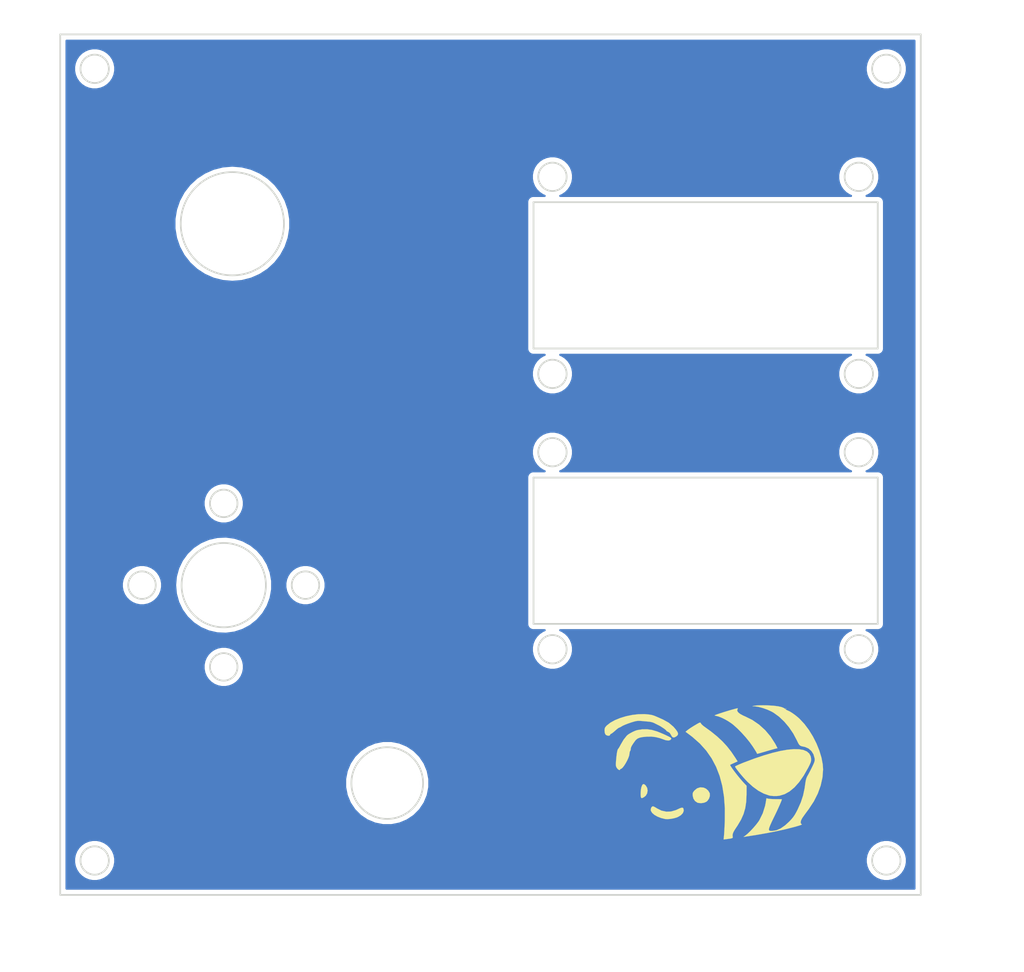
<source format=kicad_pcb>
(kicad_pcb (version 20171130) (host pcbnew 5.1.6-c6e7f7d~87~ubuntu18.04.1)

  (general
    (thickness 1.6)
    (drawings 33)
    (tracks 0)
    (zones 0)
    (modules 1)
    (nets 1)
  )

  (page A4)
  (layers
    (0 F.Cu signal)
    (31 B.Cu signal)
    (32 B.Adhes user)
    (33 F.Adhes user)
    (34 B.Paste user)
    (35 F.Paste user)
    (36 B.SilkS user)
    (37 F.SilkS user)
    (38 B.Mask user)
    (39 F.Mask user)
    (40 Dwgs.User user)
    (41 Cmts.User user)
    (42 Eco1.User user)
    (43 Eco2.User user)
    (44 Edge.Cuts user)
    (45 Margin user)
    (46 B.CrtYd user)
    (47 F.CrtYd user)
    (48 B.Fab user)
    (49 F.Fab user)
  )

  (setup
    (last_trace_width 0.25)
    (trace_clearance 0.2)
    (zone_clearance 0.508)
    (zone_45_only no)
    (trace_min 0.2)
    (via_size 0.8)
    (via_drill 0.4)
    (via_min_size 0.4)
    (via_min_drill 0.3)
    (uvia_size 0.3)
    (uvia_drill 0.1)
    (uvias_allowed no)
    (uvia_min_size 0.2)
    (uvia_min_drill 0.1)
    (edge_width 0.05)
    (segment_width 0.2)
    (pcb_text_width 0.3)
    (pcb_text_size 1.5 1.5)
    (mod_edge_width 0.12)
    (mod_text_size 1 1)
    (mod_text_width 0.15)
    (pad_size 1.524 1.524)
    (pad_drill 0.762)
    (pad_to_mask_clearance 0.05)
    (aux_axis_origin 0 0)
    (visible_elements FFFFFF7F)
    (pcbplotparams
      (layerselection 0x010f0_ffffffff)
      (usegerberextensions false)
      (usegerberattributes true)
      (usegerberadvancedattributes true)
      (creategerberjobfile true)
      (excludeedgelayer true)
      (linewidth 0.100000)
      (plotframeref false)
      (viasonmask false)
      (mode 1)
      (useauxorigin false)
      (hpglpennumber 1)
      (hpglpenspeed 20)
      (hpglpendiameter 15.000000)
      (psnegative false)
      (psa4output false)
      (plotreference true)
      (plotvalue true)
      (plotinvisibletext false)
      (padsonsilk false)
      (subtractmaskfromsilk false)
      (outputformat 1)
      (mirror false)
      (drillshape 0)
      (scaleselection 1)
      (outputdirectory "faceplate_gerbers/"))
  )

  (net 0 "")

  (net_class Default "This is the default net class."
    (clearance 0.2)
    (trace_width 0.25)
    (via_dia 0.8)
    (via_drill 0.4)
    (uvia_dia 0.3)
    (uvia_drill 0.1)
  )

  (module wbraun_smd:bee_large_v3 (layer F.Cu) (tedit 0) (tstamp 5F85C849)
    (at 134.75 140)
    (fp_text reference G*** (at 0 0) (layer F.SilkS) hide
      (effects (font (size 1.524 1.524) (thickness 0.3)))
    )
    (fp_text value LOGO (at 0.75 0) (layer F.SilkS) hide
      (effects (font (size 1.524 1.524) (thickness 0.3)))
    )
    (fp_poly (pts (xy -2.348948 -6.021305) (xy -2.314302 -5.967096) (xy -2.308752 -5.952664) (xy -2.220905 -5.830931)
      (xy -2.052927 -5.674397) (xy -1.915758 -5.570064) (xy -1.103359 -4.978986) (xy -0.405192 -4.412828)
      (xy 0.201553 -3.848693) (xy 0.739685 -3.263687) (xy 1.232012 -2.634914) (xy 1.701345 -1.939478)
      (xy 1.701666 -1.93897) (xy 1.966851 -1.519368) (xy 1.545854 -1.329485) (xy 1.324419 -1.228332)
      (xy 1.162965 -1.152173) (xy 1.100212 -1.11968) (xy 1.118711 -1.046834) (xy 1.215573 -0.883703)
      (xy 1.375272 -0.650689) (xy 1.582283 -0.368193) (xy 1.821081 -0.056617) (xy 2.076141 0.263638)
      (xy 2.331938 0.572169) (xy 2.572946 0.848576) (xy 2.714063 1.001083) (xy 3.011714 1.312737)
      (xy 3.006223 2.343654) (xy 2.968312 3.176358) (xy 2.856626 3.914695) (xy 2.659975 4.595255)
      (xy 2.367168 5.254625) (xy 1.967018 5.929395) (xy 1.861741 6.086067) (xy 1.631718 6.435288)
      (xy 1.482667 6.700389) (xy 1.40316 6.90918) (xy 1.381766 7.089473) (xy 1.396223 7.218786)
      (xy 1.407174 7.307801) (xy 1.383004 7.369256) (xy 1.299108 7.413486) (xy 1.13088 7.450826)
      (xy 0.853713 7.491612) (xy 0.696931 7.512517) (xy 0.341575 7.559514) (xy 0.38634 7.0999)
      (xy 0.404159 6.870676) (xy 0.424664 6.532224) (xy 0.445955 6.120387) (xy 0.466135 5.671009)
      (xy 0.477959 5.370286) (xy 0.48294 3.925363) (xy 0.386297 2.581484) (xy 0.186326 1.334419)
      (xy -0.118679 0.179937) (xy -0.530423 -0.886193) (xy -1.050612 -1.868203) (xy -1.68095 -2.770322)
      (xy -2.423145 -3.596782) (xy -3.278901 -4.351814) (xy -3.513559 -4.531981) (xy -4.087974 -4.961043)
      (xy -3.857937 -5.153087) (xy -3.694417 -5.274462) (xy -3.446185 -5.441078) (xy -3.154344 -5.625815)
      (xy -2.995429 -5.722166) (xy -2.709067 -5.890647) (xy -2.522052 -5.99123) (xy -2.410105 -6.032067)
      (xy -2.348948 -6.021305)) (layer F.SilkS) (width 0.01))
    (fp_poly (pts (xy 5.345254 -8.033941) (xy 5.442857 -8.031044) (xy 6.125296 -7.991175) (xy 6.681027 -7.921585)
      (xy 7.105518 -7.823184) (xy 7.394237 -7.696886) (xy 7.490545 -7.61907) (xy 7.658758 -7.4907)
      (xy 7.780831 -7.43415) (xy 8.01792 -7.326464) (xy 8.322124 -7.140156) (xy 8.65833 -6.89964)
      (xy 8.991425 -6.629329) (xy 9.16856 -6.469273) (xy 9.730321 -5.867456) (xy 10.252966 -5.17129)
      (xy 10.724573 -4.406481) (xy 11.13322 -3.598735) (xy 11.466987 -2.773758) (xy 11.71395 -1.957255)
      (xy 11.862189 -1.174932) (xy 11.901714 -0.57601) (xy 11.83155 0.346449) (xy 11.624832 1.282409)
      (xy 11.287224 2.216372) (xy 10.824389 3.132839) (xy 10.241989 4.016312) (xy 10.206327 4.064)
      (xy 9.973071 4.377178) (xy 9.75604 4.67443) (xy 9.578757 4.923165) (xy 9.464748 5.09079)
      (xy 9.460976 5.096701) (xy 9.34088 5.338504) (xy 9.292992 5.553039) (xy 9.321619 5.705421)
      (xy 9.379857 5.753446) (xy 9.434917 5.78491) (xy 9.420088 5.822525) (xy 9.320651 5.872301)
      (xy 9.121886 5.940248) (xy 8.809076 6.032376) (xy 8.457299 6.130138) (xy 7.543951 6.361907)
      (xy 6.505078 6.591984) (xy 5.360284 6.816514) (xy 4.129171 7.031638) (xy 2.902857 7.222995)
      (xy 2.648857 7.260433) (xy 2.866571 7.102453) (xy 3.142657 6.8732) (xy 3.465456 6.560689)
      (xy 3.800967 6.202291) (xy 4.115193 5.835381) (xy 4.374135 5.497332) (xy 4.497127 5.310055)
      (xy 4.891958 4.507226) (xy 5.160581 3.649907) (xy 5.231727 3.287544) (xy 5.316438 2.765088)
      (xy 5.542933 2.81583) (xy 5.717438 2.838692) (xy 5.989053 2.856205) (xy 6.309768 2.865656)
      (xy 6.440746 2.866572) (xy 6.732736 2.868223) (xy 6.960522 2.872654) (xy 7.092165 2.879081)
      (xy 7.112032 2.883058) (xy 7.08126 2.997451) (xy 6.995654 3.219775) (xy 6.864965 3.527982)
      (xy 6.698948 3.900023) (xy 6.507354 4.31385) (xy 6.299938 4.747414) (xy 6.173968 5.003789)
      (xy 5.937656 5.493025) (xy 5.761074 5.887644) (xy 5.648149 6.178164) (xy 5.602811 6.3551)
      (xy 5.602722 6.382646) (xy 5.628183 6.492678) (xy 5.697314 6.547072) (xy 5.849612 6.564591)
      (xy 5.987143 6.565282) (xy 6.466973 6.490579) (xy 6.967138 6.273419) (xy 7.485831 5.914791)
      (xy 7.944827 5.494506) (xy 8.221993 5.202286) (xy 8.436403 4.943392) (xy 8.620006 4.672213)
      (xy 8.804748 4.34314) (xy 8.946843 4.064) (xy 9.314292 3.239071) (xy 9.577638 2.436231)
      (xy 9.754244 1.598117) (xy 9.806511 1.223589) (xy 9.86776 0.803629) (xy 9.93883 0.49609)
      (xy 10.028126 0.268258) (xy 10.071999 0.190223) (xy 10.176968 0.006623) (xy 10.322617 -0.26647)
      (xy 10.487146 -0.58754) (xy 10.6043 -0.823554) (xy 10.7624 -1.154137) (xy 10.862737 -1.390271)
      (xy 10.915236 -1.5659) (xy 10.92982 -1.714969) (xy 10.916414 -1.871423) (xy 10.914523 -1.884634)
      (xy 10.782347 -2.345173) (xy 10.540215 -2.72934) (xy 10.204383 -3.019646) (xy 9.791108 -3.198601)
      (xy 9.668051 -3.225613) (xy 9.428998 -3.27386) (xy 9.262347 -3.33615) (xy 9.137318 -3.440543)
      (xy 9.02313 -3.615102) (xy 8.889005 -3.887886) (xy 8.850493 -3.970948) (xy 8.434896 -4.752897)
      (xy 7.940043 -5.484113) (xy 7.384711 -6.143355) (xy 6.787677 -6.70938) (xy 6.167717 -7.160945)
      (xy 5.891456 -7.318449) (xy 5.43033 -7.529108) (xy 4.932126 -7.707537) (xy 4.444247 -7.839522)
      (xy 4.014098 -7.910851) (xy 3.889106 -7.918769) (xy 3.729543 -7.924922) (xy 3.687061 -7.935462)
      (xy 3.7703 -7.956963) (xy 3.987904 -7.996) (xy 3.991429 -7.996612) (xy 4.21267 -8.01968)
      (xy 4.538775 -8.034224) (xy 4.929663 -8.039295) (xy 5.345254 -8.033941)) (layer F.SilkS) (width 0.01))
    (fp_poly (pts (xy -7.750848 3.738944) (xy -7.567345 3.837232) (xy -7.383026 3.951867) (xy -6.872867 4.205543)
      (xy -6.32892 4.322751) (xy -5.768962 4.302699) (xy -5.210766 4.144593) (xy -5.020506 4.057206)
      (xy -4.718838 3.917087) (xy -4.515542 3.857645) (xy -4.390268 3.876066) (xy -4.325764 3.961079)
      (xy -4.293185 4.230957) (xy -4.394927 4.492767) (xy -4.620294 4.732394) (xy -4.958589 4.935724)
      (xy -5.113097 5.000003) (xy -5.449496 5.098118) (xy -5.826538 5.165473) (xy -6.185121 5.194251)
      (xy -6.458857 5.178014) (xy -6.937951 5.058376) (xy -7.361968 4.891513) (xy -7.711203 4.690077)
      (xy -7.965952 4.466719) (xy -8.106508 4.234091) (xy -8.128 4.106356) (xy -8.085015 3.871252)
      (xy -7.967866 3.730013) (xy -7.858369 3.701143) (xy -7.750848 3.738944)) (layer F.SilkS) (width 0.01))
    (fp_poly (pts (xy -1.995714 1.522975) (xy -1.702875 1.652717) (xy -1.449998 1.877316) (xy -1.283587 2.152293)
      (xy -1.260268 2.226367) (xy -1.255939 2.506381) (xy -1.354636 2.803374) (xy -1.533161 3.062671)
      (xy -1.661732 3.172635) (xy -1.940467 3.290588) (xy -2.278734 3.337147) (xy -2.606296 3.30592)
      (xy -2.721429 3.269051) (xy -2.987599 3.084057) (xy -3.17066 2.797564) (xy -3.247958 2.481552)
      (xy -3.257931 2.250104) (xy -3.21637 2.087881) (xy -3.099776 1.921697) (xy -3.049475 1.863339)
      (xy -2.743767 1.612964) (xy -2.389425 1.498888) (xy -1.995714 1.522975)) (layer F.SilkS) (width 0.01))
    (fp_poly (pts (xy -8.855804 1.149941) (xy -8.697233 1.295316) (xy -8.537344 1.571404) (xy -8.48909 1.885472)
      (xy -8.54583 2.197902) (xy -8.700922 2.469078) (xy -8.92391 2.647629) (xy -9.095467 2.731283)
      (xy -9.185078 2.749769) (xy -9.238142 2.70756) (xy -9.255831 2.680331) (xy -9.291095 2.53991)
      (xy -9.303193 2.303411) (xy -9.293883 2.017742) (xy -9.264921 1.72981) (xy -9.218064 1.486526)
      (xy -9.210078 1.458374) (xy -9.111644 1.215362) (xy -8.997389 1.113771) (xy -8.855804 1.149941)) (layer F.SilkS) (width 0.01))
    (fp_poly (pts (xy 9.10642 -2.932518) (xy 9.61462 -2.843239) (xy 10.011921 -2.676122) (xy 10.295233 -2.430977)
      (xy 10.461468 -2.107619) (xy 10.504266 -1.869272) (xy 10.511423 -1.687444) (xy 10.493672 -1.525749)
      (xy 10.439834 -1.348204) (xy 10.338732 -1.118825) (xy 10.179188 -0.801629) (xy 10.162704 -0.769716)
      (xy 9.652317 0.128628) (xy 9.124335 0.883873) (xy 8.578985 1.495816) (xy 8.016491 1.964255)
      (xy 7.43708 2.288985) (xy 6.840975 2.469804) (xy 6.526281 2.506789) (xy 6.151006 2.508223)
      (xy 5.79795 2.475739) (xy 5.624286 2.441285) (xy 4.9881 2.217437) (xy 4.3635 1.880559)
      (xy 3.735042 1.42096) (xy 3.145175 0.886341) (xy 2.909167 0.642897) (xy 2.651408 0.358616)
      (xy 2.390342 0.056126) (xy 2.144414 -0.241944) (xy 1.932067 -0.512964) (xy 1.771746 -0.734306)
      (xy 1.681894 -0.88334) (xy 1.669143 -0.92461) (xy 1.733103 -0.971301) (xy 1.909477 -1.059002)
      (xy 2.175003 -1.177159) (xy 2.50642 -1.315219) (xy 2.703286 -1.393816) (xy 3.901296 -1.844133)
      (xy 5.010029 -2.21793) (xy 6.026396 -2.515018) (xy 6.947307 -2.735209) (xy 7.769674 -2.878315)
      (xy 8.490408 -2.944148) (xy 9.10642 -2.932518)) (layer F.SilkS) (width 0.01))
    (fp_poly (pts (xy -7.984162 -5.171241) (xy -7.378815 -4.994757) (xy -6.705407 -4.719395) (xy -6.640286 -4.689542)
      (xy -6.271315 -4.517725) (xy -6.01581 -4.393219) (xy -5.854909 -4.303708) (xy -5.769752 -4.236873)
      (xy -5.741475 -4.180395) (xy -5.751218 -4.121955) (xy -5.755109 -4.111432) (xy -5.874694 -3.986575)
      (xy -6.088146 -3.939828) (xy -6.364919 -3.974547) (xy -6.525812 -4.026725) (xy -7.080412 -4.222468)
      (xy -7.568646 -4.342611) (xy -8.042066 -4.396182) (xy -8.552225 -4.392205) (xy -8.598156 -4.389551)
      (xy -9.05489 -4.347997) (xy -9.395113 -4.280755) (xy -9.646588 -4.177973) (xy -9.837082 -4.029798)
      (xy -9.933029 -3.915857) (xy -10.173189 -3.580044) (xy -10.330748 -3.329892) (xy -10.418619 -3.141778)
      (xy -10.449716 -2.992077) (xy -10.450286 -2.969584) (xy -10.473727 -2.805797) (xy -10.522857 -2.721428)
      (xy -10.570623 -2.625623) (xy -10.594996 -2.447267) (xy -10.595783 -2.408717) (xy -10.631731 -2.19574)
      (xy -10.727889 -1.921966) (xy -10.867413 -1.61704) (xy -11.033456 -1.310608) (xy -11.209176 -1.032318)
      (xy -11.377727 -0.811814) (xy -11.522264 -0.678743) (xy -11.593286 -0.653145) (xy -11.677588 -0.607301)
      (xy -11.684 -0.580571) (xy -11.726764 -0.507677) (xy -11.832079 -0.528708) (xy -11.96548 -0.629636)
      (xy -12.049435 -0.729335) (xy -12.129992 -0.86071) (xy -12.172389 -0.998289) (xy -12.183264 -1.186346)
      (xy -12.169251 -1.469156) (xy -12.166364 -1.509477) (xy -12.12262 -2.010555) (xy -12.07181 -2.422114)
      (xy -12.016499 -2.728726) (xy -11.959253 -2.914963) (xy -11.924802 -2.962662) (xy -11.856151 -3.04822)
      (xy -11.7476 -3.227441) (xy -11.62165 -3.462943) (xy -11.611329 -3.483428) (xy -11.282257 -4.043674)
      (xy -10.901697 -4.521158) (xy -10.740238 -4.653007) (xy -10.489748 -4.807649) (xy -10.19818 -4.959905)
      (xy -9.913488 -5.084595) (xy -9.696893 -5.153757) (xy -9.112695 -5.246108) (xy -8.551953 -5.25348)
      (xy -7.984162 -5.171241)) (layer F.SilkS) (width 0.01))
    (fp_poly (pts (xy 1.988531 -7.641871) (xy 1.944117 -7.54988) (xy 1.923294 -7.392555) (xy 2.035651 -7.216069)
      (xy 2.271865 -7.028803) (xy 2.622611 -6.839138) (xy 2.838738 -6.745736) (xy 3.676867 -6.331662)
      (xy 4.461715 -5.792331) (xy 5.177273 -5.142759) (xy 5.807534 -4.397964) (xy 6.336489 -3.572962)
      (xy 6.44999 -3.357982) (xy 6.605364 -3.051107) (xy 6.405111 -3.006686) (xy 6.262715 -2.970114)
      (xy 6.01368 -2.901223) (xy 5.690457 -2.809167) (xy 5.325498 -2.703102) (xy 5.242028 -2.67856)
      (xy 4.843319 -2.561166) (xy 4.563082 -2.479961) (xy 4.380464 -2.430456) (xy 4.274613 -2.408162)
      (xy 4.224674 -2.408592) (xy 4.209794 -2.427257) (xy 4.209143 -2.456238) (xy 4.171193 -2.536815)
      (xy 4.067502 -2.712954) (xy 3.913302 -2.959766) (xy 3.723829 -3.252359) (xy 3.696545 -3.293757)
      (xy 3.339502 -3.790189) (xy 2.909688 -4.317616) (xy 2.439355 -4.840943) (xy 1.960757 -5.325073)
      (xy 1.506145 -5.734913) (xy 1.306286 -5.894667) (xy 0.932781 -6.151617) (xy 0.521179 -6.391165)
      (xy 0.112091 -6.592715) (xy -0.253868 -6.735672) (xy -0.456955 -6.788831) (xy -0.625033 -6.826514)
      (xy -0.705646 -6.858665) (xy -0.70632 -6.865299) (xy -0.610742 -6.913554) (xy -0.402923 -6.992139)
      (xy -0.110473 -7.092546) (xy 0.238997 -7.206271) (xy 0.617878 -7.324805) (xy 0.99856 -7.439643)
      (xy 1.353433 -7.542277) (xy 1.654886 -7.624202) (xy 1.875311 -7.676911) (xy 1.978186 -7.692388)
      (xy 1.988531 -7.641871)) (layer F.SilkS) (width 0.01))
    (fp_poly (pts (xy -8.708572 -7.002961) (xy -8.313771 -6.965355) (xy -8.006336 -6.911555) (xy -7.728516 -6.828196)
      (xy -7.438572 -6.709078) (xy -7.267038 -6.632817) (xy -7.013022 -6.520178) (xy -6.7268 -6.393451)
      (xy -6.680235 -6.372853) (xy -6.03668 -6.013828) (xy -5.487959 -5.546112) (xy -5.1976 -5.206372)
      (xy -5.018696 -4.940868) (xy -4.94918 -4.742485) (xy -4.98729 -4.584998) (xy -5.131268 -4.442184)
      (xy -5.145632 -4.431798) (xy -5.375831 -4.303375) (xy -5.548481 -4.301286) (xy -5.686277 -4.430924)
      (xy -5.763635 -4.578624) (xy -5.924102 -4.831557) (xy -6.104173 -4.94858) (xy -6.251482 -5.018689)
      (xy -6.313704 -5.085552) (xy -6.313714 -5.086189) (xy -6.369209 -5.160366) (xy -6.510747 -5.277922)
      (xy -6.614856 -5.351232) (xy -6.841243 -5.501252) (xy -6.99097 -5.596731) (xy -7.108044 -5.663794)
      (xy -7.23647 -5.728563) (xy -7.311572 -5.764826) (xy -7.545319 -5.880114) (xy -7.761985 -5.990883)
      (xy -7.9774 -6.070917) (xy -8.23638 -6.125288) (xy -8.288128 -6.131032) (xy -8.519309 -6.151752)
      (xy -8.828987 -6.179865) (xy -9.151134 -6.209377) (xy -9.158953 -6.210097) (xy -9.424995 -6.229648)
      (xy -9.64166 -6.227422) (xy -9.85529 -6.196706) (xy -10.112226 -6.130788) (xy -10.458806 -6.022955)
      (xy -10.465238 -6.020883) (xy -10.803607 -5.903682) (xy -11.116631 -5.780804) (xy -11.361495 -5.669783)
      (xy -11.464989 -5.611507) (xy -11.641329 -5.505675) (xy -11.773555 -5.447025) (xy -11.797395 -5.442857)
      (xy -11.886352 -5.396659) (xy -12.046924 -5.274835) (xy -12.246278 -5.102542) (xy -12.270406 -5.080446)
      (xy -12.473874 -4.903596) (xy -12.644491 -4.774416) (xy -12.748483 -4.718226) (xy -12.754429 -4.717589)
      (xy -12.834792 -4.658681) (xy -12.845143 -4.608285) (xy -12.902756 -4.525276) (xy -13.041501 -4.499727)
      (xy -13.210233 -4.529349) (xy -13.357811 -4.611853) (xy -13.378181 -4.632143) (xy -13.466585 -4.819018)
      (xy -13.498286 -5.100363) (xy -13.483288 -5.320772) (xy -13.418569 -5.483031) (xy -13.274542 -5.652422)
      (xy -13.226662 -5.699667) (xy -12.814978 -6.021457) (xy -12.287893 -6.31194) (xy -11.673271 -6.563077)
      (xy -10.998976 -6.766832) (xy -10.292873 -6.915167) (xy -9.582827 -7.000043) (xy -8.896701 -7.013423)
      (xy -8.708572 -7.002961)) (layer F.SilkS) (width 0.01))
    (fp_poly (pts (xy 7.62 -7.656285) (xy 7.583714 -7.62) (xy 7.547428 -7.656285) (xy 7.583714 -7.692571)
      (xy 7.62 -7.656285)) (layer F.SilkS) (width 0.01))
  )

  (gr_poly (pts (xy 157.4 153.4) (xy 156.4 153.4) (xy 157.4 152.4)) (layer B.Mask) (width 0.1))
  (gr_poly (pts (xy 146.5 137.9) (xy 145.9 136.45) (xy 149.05 136)) (layer F.Mask) (width 0.1))
  (gr_circle (center 154 58) (end 155.65 58) (layer Edge.Cuts) (width 0.2))
  (gr_circle (center 150.8 93.450001) (end 152.45 93.450001) (layer Edge.Cuts) (width 0.2))
  (gr_circle (center 77 118) (end 81.9 118) (layer Edge.Cuts) (width 0.2))
  (gr_circle (center 115.2 93.450001) (end 116.85 93.450001) (layer Edge.Cuts) (width 0.2))
  (gr_line (start 113 90.500001) (end 113 73.500001) (layer Edge.Cuts) (width 0.2))
  (gr_circle (center 96 141) (end 100.1656 141) (layer Edge.Cuts) (width 0.2))
  (gr_circle (center 77 127.5) (end 78.6 127.5) (layer Edge.Cuts) (width 0.2))
  (gr_line (start 158 54) (end 158 154) (layer Edge.Cuts) (width 0.2))
  (gr_circle (center 115.2 70.550001) (end 116.85 70.550001) (layer Edge.Cuts) (width 0.2))
  (gr_circle (center 115.199999 102.550001) (end 116.849999 102.550001) (layer Edge.Cuts) (width 0.2))
  (gr_circle (center 62 150) (end 63.65 150) (layer Edge.Cuts) (width 0.2))
  (gr_line (start 153 105.5) (end 153 122.5) (layer Edge.Cuts) (width 0.2))
  (gr_circle (center 86.5 118) (end 88.1 118) (layer Edge.Cuts) (width 0.2))
  (gr_line (start 113 73.500001) (end 153 73.500001) (layer Edge.Cuts) (width 0.2))
  (gr_line (start 112.999999 122.5) (end 113 105.5) (layer Edge.Cuts) (width 0.2))
  (gr_circle (center 150.8 70.550001) (end 152.45 70.550001) (layer Edge.Cuts) (width 0.2))
  (gr_circle (center 62.000001 58.000001) (end 63.650001 58.000001) (layer Edge.Cuts) (width 0.2))
  (gr_circle (center 77 108.5) (end 78.6 108.5) (layer Edge.Cuts) (width 0.2))
  (gr_line (start 58 154) (end 58 54.000001) (layer Edge.Cuts) (width 0.2))
  (gr_line (start 58 54.000001) (end 158 54) (layer Edge.Cuts) (width 0.2))
  (gr_circle (center 78 76) (end 84 76) (layer Edge.Cuts) (width 0.2))
  (gr_circle (center 67.5 118) (end 69.1 118) (layer Edge.Cuts) (width 0.2))
  (gr_circle (center 115.2 125.45) (end 116.85 125.45) (layer Edge.Cuts) (width 0.2))
  (gr_line (start 158 154) (end 58 154) (layer Edge.Cuts) (width 0.2))
  (gr_line (start 113 105.5) (end 153 105.5) (layer Edge.Cuts) (width 0.2))
  (gr_circle (center 154 150) (end 155.65 150) (layer Edge.Cuts) (width 0.2))
  (gr_line (start 153 73.500001) (end 153 90.500001) (layer Edge.Cuts) (width 0.2))
  (gr_line (start 153 122.5) (end 112.999999 122.5) (layer Edge.Cuts) (width 0.2))
  (gr_line (start 153 90.500001) (end 113 90.500001) (layer Edge.Cuts) (width 0.2))
  (gr_circle (center 150.8 102.550001) (end 152.449999 102.550001) (layer Edge.Cuts) (width 0.2))
  (gr_circle (center 150.8 125.45) (end 152.449999 125.45) (layer Edge.Cuts) (width 0.2))

  (zone (net 0) (net_name "") (layer F.Cu) (tstamp 5F85C8B2) (hatch edge 0.508)
    (connect_pads (clearance 0.508))
    (min_thickness 0.254)
    (fill yes (arc_segments 32) (thermal_gap 0.508) (thermal_bridge_width 0.508))
    (polygon
      (pts
        (xy 146.5 137.9) (xy 145.9 136.45) (xy 149.1 136)
      )
    )
    (filled_polygon
      (pts
        (xy 146.555556 137.702105) (xy 146.080036 136.552932) (xy 148.61614 136.196293)
      )
    )
  )
  (zone (net 0) (net_name "") (layer B.Cu) (tstamp 5F85C8AF) (hatch edge 0.508)
    (connect_pads (clearance 0.508))
    (min_thickness 0.254)
    (fill yes (arc_segments 32) (thermal_gap 0.508) (thermal_bridge_width 0.508))
    (polygon
      (pts
        (xy 170 163) (xy 51 163) (xy 51 50) (xy 170 50)
      )
    )
    (filled_polygon
      (pts
        (xy 157.265001 153.265) (xy 58.735 153.265) (xy 58.735 149.764269) (xy 59.606581 149.764269) (xy 59.606581 150.235731)
        (xy 59.698558 150.698135) (xy 59.878979 151.133709) (xy 60.14091 151.525716) (xy 60.474284 151.85909) (xy 60.866291 152.121021)
        (xy 61.301865 152.301442) (xy 61.764269 152.393419) (xy 62.235731 152.393419) (xy 62.698135 152.301442) (xy 63.133709 152.121021)
        (xy 63.525716 151.85909) (xy 63.85909 151.525716) (xy 64.121021 151.133709) (xy 64.301442 150.698135) (xy 64.393419 150.235731)
        (xy 64.393419 149.764269) (xy 151.606581 149.764269) (xy 151.606581 150.235731) (xy 151.698558 150.698135) (xy 151.878979 151.133709)
        (xy 152.14091 151.525716) (xy 152.474284 151.85909) (xy 152.866291 152.121021) (xy 153.301865 152.301442) (xy 153.764269 152.393419)
        (xy 154.235731 152.393419) (xy 154.698135 152.301442) (xy 155.133709 152.121021) (xy 155.525716 151.85909) (xy 155.85909 151.525716)
        (xy 156.121021 151.133709) (xy 156.301442 150.698135) (xy 156.393419 150.235731) (xy 156.393419 149.764269) (xy 156.301442 149.301865)
        (xy 156.121021 148.866291) (xy 155.85909 148.474284) (xy 155.525716 148.14091) (xy 155.133709 147.878979) (xy 154.698135 147.698558)
        (xy 154.235731 147.606581) (xy 153.764269 147.606581) (xy 153.301865 147.698558) (xy 152.866291 147.878979) (xy 152.474284 148.14091)
        (xy 152.14091 148.474284) (xy 151.878979 148.866291) (xy 151.698558 149.301865) (xy 151.606581 149.764269) (xy 64.393419 149.764269)
        (xy 64.301442 149.301865) (xy 64.121021 148.866291) (xy 63.85909 148.474284) (xy 63.525716 148.14091) (xy 63.133709 147.878979)
        (xy 62.698135 147.698558) (xy 62.235731 147.606581) (xy 61.764269 147.606581) (xy 61.301865 147.698558) (xy 60.866291 147.878979)
        (xy 60.474284 148.14091) (xy 60.14091 148.474284) (xy 59.878979 148.866291) (xy 59.698558 149.301865) (xy 59.606581 149.764269)
        (xy 58.735 149.764269) (xy 58.735 140.517697) (xy 91.103094 140.517697) (xy 91.103094 141.482303) (xy 91.291279 142.428375)
        (xy 91.660418 143.319555) (xy 92.196325 144.121596) (xy 92.878404 144.803675) (xy 93.680445 145.339582) (xy 94.571625 145.708721)
        (xy 95.517697 145.896906) (xy 96.482303 145.896906) (xy 97.428375 145.708721) (xy 98.319555 145.339582) (xy 99.121596 144.803675)
        (xy 99.803675 144.121596) (xy 100.339582 143.319555) (xy 100.708721 142.428375) (xy 100.896906 141.482303) (xy 100.896906 140.517697)
        (xy 100.708721 139.571625) (xy 100.339582 138.680445) (xy 99.803675 137.878404) (xy 99.121596 137.196325) (xy 98.319555 136.660418)
        (xy 97.428375 136.291279) (xy 96.482303 136.103094) (xy 95.517697 136.103094) (xy 94.571625 136.291279) (xy 93.680445 136.660418)
        (xy 92.878404 137.196325) (xy 92.196325 137.878404) (xy 91.660418 138.680445) (xy 91.291279 139.571625) (xy 91.103094 140.517697)
        (xy 58.735 140.517697) (xy 58.735 127.26917) (xy 74.65634 127.26917) (xy 74.65634 127.73083) (xy 74.746406 128.18362)
        (xy 74.923075 128.610139) (xy 75.17956 128.993996) (xy 75.506004 129.32044) (xy 75.889861 129.576925) (xy 76.31638 129.753594)
        (xy 76.76917 129.84366) (xy 77.23083 129.84366) (xy 77.68362 129.753594) (xy 78.110139 129.576925) (xy 78.493996 129.32044)
        (xy 78.82044 128.993996) (xy 79.076925 128.610139) (xy 79.253594 128.18362) (xy 79.34366 127.73083) (xy 79.34366 127.26917)
        (xy 79.253594 126.81638) (xy 79.076925 126.389861) (xy 78.82044 126.006004) (xy 78.493996 125.67956) (xy 78.110139 125.423075)
        (xy 77.68362 125.246406) (xy 77.23083 125.15634) (xy 76.76917 125.15634) (xy 76.31638 125.246406) (xy 75.889861 125.423075)
        (xy 75.506004 125.67956) (xy 75.17956 126.006004) (xy 74.923075 126.389861) (xy 74.746406 126.81638) (xy 74.65634 127.26917)
        (xy 58.735 127.26917) (xy 58.735 117.76917) (xy 65.15634 117.76917) (xy 65.15634 118.23083) (xy 65.246406 118.68362)
        (xy 65.423075 119.110139) (xy 65.67956 119.493996) (xy 66.006004 119.82044) (xy 66.389861 120.076925) (xy 66.81638 120.253594)
        (xy 67.26917 120.34366) (xy 67.73083 120.34366) (xy 68.18362 120.253594) (xy 68.610139 120.076925) (xy 68.993996 119.82044)
        (xy 69.32044 119.493996) (xy 69.576925 119.110139) (xy 69.753594 118.68362) (xy 69.84366 118.23083) (xy 69.84366 118)
        (xy 71.345 118) (xy 71.435878 119.009739) (xy 71.705592 119.987025) (xy 72.145472 120.900445) (xy 72.741381 121.720643)
        (xy 73.474165 122.421257) (xy 74.320273 122.979768) (xy 75.252509 123.378225) (xy 76.240911 123.603821) (xy 77.253711 123.649306)
        (xy 78.258356 123.513217) (xy 79.222557 123.19993) (xy 80.115322 122.719512) (xy 80.390581 122.5) (xy 112.261443 122.5)
        (xy 112.275634 122.644085) (xy 112.317662 122.782633) (xy 112.385912 122.91032) (xy 112.477761 123.022238) (xy 112.589679 123.114087)
        (xy 112.717366 123.182337) (xy 112.855914 123.224365) (xy 112.963894 123.235) (xy 112.963904 123.235) (xy 112.999999 123.238555)
        (xy 113.036096 123.235) (xy 114.293176 123.235) (xy 114.066291 123.328979) (xy 113.674284 123.59091) (xy 113.34091 123.924284)
        (xy 113.078979 124.316291) (xy 112.898558 124.751865) (xy 112.806581 125.214269) (xy 112.806581 125.685731) (xy 112.898558 126.148135)
        (xy 113.078979 126.583709) (xy 113.34091 126.975716) (xy 113.674284 127.30909) (xy 114.066291 127.571021) (xy 114.501865 127.751442)
        (xy 114.964269 127.843419) (xy 115.435731 127.843419) (xy 115.898135 127.751442) (xy 116.333709 127.571021) (xy 116.725716 127.30909)
        (xy 117.05909 126.975716) (xy 117.321021 126.583709) (xy 117.501442 126.148135) (xy 117.593419 125.685731) (xy 117.593419 125.214269)
        (xy 117.501442 124.751865) (xy 117.321021 124.316291) (xy 117.05909 123.924284) (xy 116.725716 123.59091) (xy 116.333709 123.328979)
        (xy 116.106824 123.235) (xy 149.893179 123.235) (xy 149.666291 123.32898) (xy 149.274285 123.590911) (xy 148.940911 123.924285)
        (xy 148.67898 124.316291) (xy 148.498559 124.751866) (xy 148.406582 125.214269) (xy 148.406582 125.685731) (xy 148.498559 126.148134)
        (xy 148.67898 126.583709) (xy 148.940911 126.975715) (xy 149.274285 127.309089) (xy 149.666291 127.57102) (xy 150.101866 127.751441)
        (xy 150.564269 127.843418) (xy 151.035731 127.843418) (xy 151.498134 127.751441) (xy 151.933709 127.57102) (xy 152.325715 127.309089)
        (xy 152.659089 126.975715) (xy 152.92102 126.583709) (xy 153.101441 126.148134) (xy 153.193418 125.685731) (xy 153.193418 125.214269)
        (xy 153.101441 124.751866) (xy 152.92102 124.316291) (xy 152.659089 123.924285) (xy 152.325715 123.590911) (xy 151.933709 123.32898)
        (xy 151.706821 123.235) (xy 152.963895 123.235) (xy 153 123.238556) (xy 153.036105 123.235) (xy 153.144085 123.224365)
        (xy 153.282633 123.182337) (xy 153.41032 123.114087) (xy 153.522238 123.022238) (xy 153.614087 122.91032) (xy 153.682337 122.782633)
        (xy 153.724365 122.644085) (xy 153.738556 122.5) (xy 153.735 122.463895) (xy 153.735 105.536105) (xy 153.738556 105.5)
        (xy 153.724365 105.355915) (xy 153.682337 105.217367) (xy 153.614087 105.08968) (xy 153.522238 104.977762) (xy 153.41032 104.885913)
        (xy 153.282633 104.817663) (xy 153.144085 104.775635) (xy 153.036105 104.765) (xy 153 104.761444) (xy 152.963895 104.765)
        (xy 151.706824 104.765) (xy 151.933709 104.671021) (xy 152.325715 104.40909) (xy 152.659089 104.075716) (xy 152.92102 103.68371)
        (xy 153.101441 103.248135) (xy 153.193418 102.785732) (xy 153.193418 102.31427) (xy 153.101441 101.851867) (xy 152.92102 101.416292)
        (xy 152.659089 101.024286) (xy 152.325715 100.690912) (xy 151.933709 100.428981) (xy 151.498134 100.24856) (xy 151.035731 100.156583)
        (xy 150.564269 100.156583) (xy 150.101866 100.24856) (xy 149.666291 100.428981) (xy 149.274285 100.690912) (xy 148.940911 101.024286)
        (xy 148.67898 101.416292) (xy 148.498559 101.851867) (xy 148.406582 102.31427) (xy 148.406582 102.785732) (xy 148.498559 103.248135)
        (xy 148.67898 103.68371) (xy 148.940911 104.075716) (xy 149.274285 104.40909) (xy 149.666291 104.671021) (xy 149.893176 104.765)
        (xy 116.106825 104.765) (xy 116.333708 104.671022) (xy 116.725715 104.409091) (xy 117.059089 104.075717) (xy 117.32102 103.68371)
        (xy 117.501441 103.248136) (xy 117.593418 102.785732) (xy 117.593418 102.31427) (xy 117.501441 101.851866) (xy 117.32102 101.416292)
        (xy 117.059089 101.024285) (xy 116.725715 100.690911) (xy 116.333708 100.42898) (xy 115.898134 100.248559) (xy 115.43573 100.156582)
        (xy 114.964268 100.156582) (xy 114.501864 100.248559) (xy 114.06629 100.42898) (xy 113.674283 100.690911) (xy 113.340909 101.024285)
        (xy 113.078978 101.416292) (xy 112.898557 101.851866) (xy 112.80658 102.31427) (xy 112.80658 102.785732) (xy 112.898557 103.248136)
        (xy 113.078978 103.68371) (xy 113.340909 104.075717) (xy 113.674283 104.409091) (xy 114.06629 104.671022) (xy 114.293173 104.765)
        (xy 113.036095 104.765) (xy 113 104.761445) (xy 112.963903 104.765) (xy 112.963895 104.765) (xy 112.855915 104.775635)
        (xy 112.717367 104.817663) (xy 112.58968 104.885913) (xy 112.477762 104.977762) (xy 112.385913 105.08968) (xy 112.317663 105.217367)
        (xy 112.275635 105.355915) (xy 112.261444 105.5) (xy 112.265001 105.536115) (xy 112.264999 122.463895) (xy 112.261443 122.5)
        (xy 80.390581 122.5) (xy 80.907959 122.087405) (xy 81.574991 121.323926) (xy 82.094979 120.453613) (xy 82.45121 119.504438)
        (xy 82.632235 118.50691) (xy 82.632235 117.76917) (xy 84.15634 117.76917) (xy 84.15634 118.23083) (xy 84.246406 118.68362)
        (xy 84.423075 119.110139) (xy 84.67956 119.493996) (xy 85.006004 119.82044) (xy 85.389861 120.076925) (xy 85.81638 120.253594)
        (xy 86.26917 120.34366) (xy 86.73083 120.34366) (xy 87.18362 120.253594) (xy 87.610139 120.076925) (xy 87.993996 119.82044)
        (xy 88.32044 119.493996) (xy 88.576925 119.110139) (xy 88.753594 118.68362) (xy 88.84366 118.23083) (xy 88.84366 117.76917)
        (xy 88.753594 117.31638) (xy 88.576925 116.889861) (xy 88.32044 116.506004) (xy 87.993996 116.17956) (xy 87.610139 115.923075)
        (xy 87.18362 115.746406) (xy 86.73083 115.65634) (xy 86.26917 115.65634) (xy 85.81638 115.746406) (xy 85.389861 115.923075)
        (xy 85.006004 116.17956) (xy 84.67956 116.506004) (xy 84.423075 116.889861) (xy 84.246406 117.31638) (xy 84.15634 117.76917)
        (xy 82.632235 117.76917) (xy 82.632235 117.49309) (xy 82.45121 116.495562) (xy 82.094979 115.546387) (xy 81.574991 114.676074)
        (xy 80.907959 113.912595) (xy 80.115322 113.280488) (xy 79.222557 112.80007) (xy 78.258356 112.486783) (xy 77.253711 112.350694)
        (xy 76.240911 112.396179) (xy 75.252509 112.621775) (xy 74.320273 113.020232) (xy 73.474165 113.578743) (xy 72.741381 114.279357)
        (xy 72.145472 115.099555) (xy 71.705592 116.012975) (xy 71.435878 116.990261) (xy 71.345 118) (xy 69.84366 118)
        (xy 69.84366 117.76917) (xy 69.753594 117.31638) (xy 69.576925 116.889861) (xy 69.32044 116.506004) (xy 68.993996 116.17956)
        (xy 68.610139 115.923075) (xy 68.18362 115.746406) (xy 67.73083 115.65634) (xy 67.26917 115.65634) (xy 66.81638 115.746406)
        (xy 66.389861 115.923075) (xy 66.006004 116.17956) (xy 65.67956 116.506004) (xy 65.423075 116.889861) (xy 65.246406 117.31638)
        (xy 65.15634 117.76917) (xy 58.735 117.76917) (xy 58.735 108.26917) (xy 74.65634 108.26917) (xy 74.65634 108.73083)
        (xy 74.746406 109.18362) (xy 74.923075 109.610139) (xy 75.17956 109.993996) (xy 75.506004 110.32044) (xy 75.889861 110.576925)
        (xy 76.31638 110.753594) (xy 76.76917 110.84366) (xy 77.23083 110.84366) (xy 77.68362 110.753594) (xy 78.110139 110.576925)
        (xy 78.493996 110.32044) (xy 78.82044 109.993996) (xy 79.076925 109.610139) (xy 79.253594 109.18362) (xy 79.34366 108.73083)
        (xy 79.34366 108.26917) (xy 79.253594 107.81638) (xy 79.076925 107.389861) (xy 78.82044 107.006004) (xy 78.493996 106.67956)
        (xy 78.110139 106.423075) (xy 77.68362 106.246406) (xy 77.23083 106.15634) (xy 76.76917 106.15634) (xy 76.31638 106.246406)
        (xy 75.889861 106.423075) (xy 75.506004 106.67956) (xy 75.17956 107.006004) (xy 74.923075 107.389861) (xy 74.746406 107.81638)
        (xy 74.65634 108.26917) (xy 58.735 108.26917) (xy 58.735 75.442177) (xy 71.268072 75.442177) (xy 71.268072 76.557823)
        (xy 71.451701 77.658254) (xy 71.813951 78.713453) (xy 72.34494 79.694635) (xy 73.030185 80.575037) (xy 73.850993 81.330644)
        (xy 74.784975 81.940845) (xy 75.806655 82.388995) (xy 76.888164 82.662871) (xy 78 82.755) (xy 79.111836 82.662871)
        (xy 80.193345 82.388995) (xy 81.215025 81.940845) (xy 82.149007 81.330644) (xy 82.969815 80.575037) (xy 83.65506 79.694635)
        (xy 84.186049 78.713453) (xy 84.548299 77.658254) (xy 84.731928 76.557823) (xy 84.731928 75.442177) (xy 84.548299 74.341746)
        (xy 84.259328 73.500001) (xy 112.261444 73.500001) (xy 112.265001 73.536116) (xy 112.265 90.463896) (xy 112.261444 90.500001)
        (xy 112.275635 90.644086) (xy 112.317663 90.782634) (xy 112.385913 90.910321) (xy 112.477762 91.022239) (xy 112.58968 91.114088)
        (xy 112.717367 91.182338) (xy 112.855915 91.224366) (xy 113 91.238557) (xy 113.036105 91.235001) (xy 114.293176 91.235001)
        (xy 114.066291 91.32898) (xy 113.674284 91.590911) (xy 113.34091 91.924285) (xy 113.078979 92.316292) (xy 112.898558 92.751866)
        (xy 112.806581 93.21427) (xy 112.806581 93.685732) (xy 112.898558 94.148136) (xy 113.078979 94.58371) (xy 113.34091 94.975717)
        (xy 113.674284 95.309091) (xy 114.066291 95.571022) (xy 114.501865 95.751443) (xy 114.964269 95.84342) (xy 115.435731 95.84342)
        (xy 115.898135 95.751443) (xy 116.333709 95.571022) (xy 116.725716 95.309091) (xy 117.05909 94.975717) (xy 117.321021 94.58371)
        (xy 117.501442 94.148136) (xy 117.593419 93.685732) (xy 117.593419 93.21427) (xy 117.501442 92.751866) (xy 117.321021 92.316292)
        (xy 117.05909 91.924285) (xy 116.725716 91.590911) (xy 116.333709 91.32898) (xy 116.106824 91.235001) (xy 149.893176 91.235001)
        (xy 149.666291 91.32898) (xy 149.274284 91.590911) (xy 148.94091 91.924285) (xy 148.678979 92.316292) (xy 148.498558 92.751866)
        (xy 148.406581 93.21427) (xy 148.406581 93.685732) (xy 148.498558 94.148136) (xy 148.678979 94.58371) (xy 148.94091 94.975717)
        (xy 149.274284 95.309091) (xy 149.666291 95.571022) (xy 150.101865 95.751443) (xy 150.564269 95.84342) (xy 151.035731 95.84342)
        (xy 151.498135 95.751443) (xy 151.933709 95.571022) (xy 152.325716 95.309091) (xy 152.65909 94.975717) (xy 152.921021 94.58371)
        (xy 153.101442 94.148136) (xy 153.193419 93.685732) (xy 153.193419 93.21427) (xy 153.101442 92.751866) (xy 152.921021 92.316292)
        (xy 152.65909 91.924285) (xy 152.325716 91.590911) (xy 151.933709 91.32898) (xy 151.706824 91.235001) (xy 152.963895 91.235001)
        (xy 153 91.238557) (xy 153.036105 91.235001) (xy 153.144085 91.224366) (xy 153.282633 91.182338) (xy 153.41032 91.114088)
        (xy 153.522238 91.022239) (xy 153.614087 90.910321) (xy 153.682337 90.782634) (xy 153.724365 90.644086) (xy 153.738556 90.500001)
        (xy 153.735 90.463896) (xy 153.735 73.536106) (xy 153.738556 73.500001) (xy 153.724365 73.355916) (xy 153.682337 73.217368)
        (xy 153.614087 73.089681) (xy 153.522238 72.977763) (xy 153.41032 72.885914) (xy 153.282633 72.817664) (xy 153.144085 72.775636)
        (xy 153.036105 72.765001) (xy 153 72.761445) (xy 152.963895 72.765001) (xy 151.706824 72.765001) (xy 151.933709 72.671022)
        (xy 152.325716 72.409091) (xy 152.65909 72.075717) (xy 152.921021 71.68371) (xy 153.101442 71.248136) (xy 153.193419 70.785732)
        (xy 153.193419 70.31427) (xy 153.101442 69.851866) (xy 152.921021 69.416292) (xy 152.65909 69.024285) (xy 152.325716 68.690911)
        (xy 151.933709 68.42898) (xy 151.498135 68.248559) (xy 151.035731 68.156582) (xy 150.564269 68.156582) (xy 150.101865 68.248559)
        (xy 149.666291 68.42898) (xy 149.274284 68.690911) (xy 148.94091 69.024285) (xy 148.678979 69.416292) (xy 148.498558 69.851866)
        (xy 148.406581 70.31427) (xy 148.406581 70.785732) (xy 148.498558 71.248136) (xy 148.678979 71.68371) (xy 148.94091 72.075717)
        (xy 149.274284 72.409091) (xy 149.666291 72.671022) (xy 149.893176 72.765001) (xy 116.106824 72.765001) (xy 116.333709 72.671022)
        (xy 116.725716 72.409091) (xy 117.05909 72.075717) (xy 117.321021 71.68371) (xy 117.501442 71.248136) (xy 117.593419 70.785732)
        (xy 117.593419 70.31427) (xy 117.501442 69.851866) (xy 117.321021 69.416292) (xy 117.05909 69.024285) (xy 116.725716 68.690911)
        (xy 116.333709 68.42898) (xy 115.898135 68.248559) (xy 115.435731 68.156582) (xy 114.964269 68.156582) (xy 114.501865 68.248559)
        (xy 114.066291 68.42898) (xy 113.674284 68.690911) (xy 113.34091 69.024285) (xy 113.078979 69.416292) (xy 112.898558 69.851866)
        (xy 112.806581 70.31427) (xy 112.806581 70.785732) (xy 112.898558 71.248136) (xy 113.078979 71.68371) (xy 113.34091 72.075717)
        (xy 113.674284 72.409091) (xy 114.066291 72.671022) (xy 114.293176 72.765001) (xy 113.036105 72.765001) (xy 113 72.761445)
        (xy 112.963895 72.765001) (xy 112.855915 72.775636) (xy 112.717367 72.817664) (xy 112.58968 72.885914) (xy 112.477762 72.977763)
        (xy 112.385913 73.089681) (xy 112.317663 73.217368) (xy 112.275635 73.355916) (xy 112.261444 73.500001) (xy 84.259328 73.500001)
        (xy 84.186049 73.286547) (xy 83.65506 72.305365) (xy 82.969815 71.424963) (xy 82.149007 70.669356) (xy 81.215025 70.059155)
        (xy 80.193345 69.611005) (xy 79.111836 69.337129) (xy 78 69.245) (xy 76.888164 69.337129) (xy 75.806655 69.611005)
        (xy 74.784975 70.059155) (xy 73.850993 70.669356) (xy 73.030185 71.424963) (xy 72.34494 72.305365) (xy 71.813951 73.286547)
        (xy 71.451701 74.341746) (xy 71.268072 75.442177) (xy 58.735 75.442177) (xy 58.735 57.76427) (xy 59.606582 57.76427)
        (xy 59.606582 58.235732) (xy 59.698559 58.698136) (xy 59.87898 59.13371) (xy 60.140911 59.525717) (xy 60.474285 59.859091)
        (xy 60.866292 60.121022) (xy 61.301866 60.301443) (xy 61.76427 60.39342) (xy 62.235732 60.39342) (xy 62.698136 60.301443)
        (xy 63.13371 60.121022) (xy 63.525717 59.859091) (xy 63.859091 59.525717) (xy 64.121022 59.13371) (xy 64.301443 58.698136)
        (xy 64.39342 58.235732) (xy 64.39342 57.764269) (xy 151.606581 57.764269) (xy 151.606581 58.235731) (xy 151.698558 58.698135)
        (xy 151.878979 59.133709) (xy 152.14091 59.525716) (xy 152.474284 59.85909) (xy 152.866291 60.121021) (xy 153.301865 60.301442)
        (xy 153.764269 60.393419) (xy 154.235731 60.393419) (xy 154.698135 60.301442) (xy 155.133709 60.121021) (xy 155.525716 59.85909)
        (xy 155.85909 59.525716) (xy 156.121021 59.133709) (xy 156.301442 58.698135) (xy 156.393419 58.235731) (xy 156.393419 57.764269)
        (xy 156.301442 57.301865) (xy 156.121021 56.866291) (xy 155.85909 56.474284) (xy 155.525716 56.14091) (xy 155.133709 55.878979)
        (xy 154.698135 55.698558) (xy 154.235731 55.606581) (xy 153.764269 55.606581) (xy 153.301865 55.698558) (xy 152.866291 55.878979)
        (xy 152.474284 56.14091) (xy 152.14091 56.474284) (xy 151.878979 56.866291) (xy 151.698558 57.301865) (xy 151.606581 57.764269)
        (xy 64.39342 57.764269) (xy 64.301443 57.301866) (xy 64.121022 56.866292) (xy 63.859091 56.474285) (xy 63.525717 56.140911)
        (xy 63.13371 55.87898) (xy 62.698136 55.698559) (xy 62.235732 55.606582) (xy 61.76427 55.606582) (xy 61.301866 55.698559)
        (xy 60.866292 55.87898) (xy 60.474285 56.140911) (xy 60.140911 56.474285) (xy 59.87898 56.866292) (xy 59.698559 57.301866)
        (xy 59.606582 57.76427) (xy 58.735 57.76427) (xy 58.735 54.735001) (xy 157.265 54.734999)
      )
    )
  )
)

</source>
